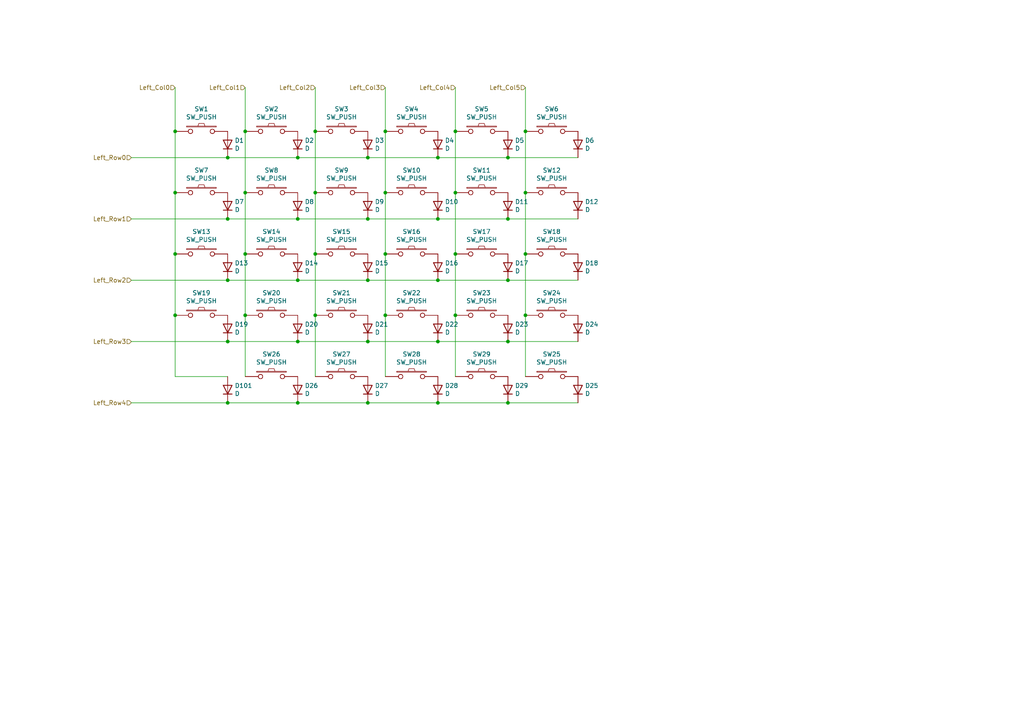
<source format=kicad_sch>
(kicad_sch (version 20230121) (generator eeschema)
  (paper "A4")
  (lib_symbols
    (symbol "Device:D" (pin_numbers hide) (pin_names (offset 1.016) hide)
      (property "Reference" "D" (at 0 2.54 0))
      (property "Value" "D" (at 0 -2.54 0))
      (symbol "D_0_1"
        (polyline (pts (xy -1.27 1.27) (xy -1.27 -1.27)) (stroke (width 0.254)))
        (polyline (pts (xy 1.27 0) (xy -1.27 0)))
        (polyline (pts (xy 1.27 1.27) (xy 1.27 -1.27) (xy -1.27 0) (xy 1.27 1.27)) (stroke (width 0.254)))
      )
      (symbol "D_1_1"
        (pin passive line (at -3.81 0 0) (length 2.54) (name "K") (number "1"))
        (pin passive line (at 3.81 0 180) (length 2.54) (name "A") (number "2"))
      )
    )
    (symbol "kbd:SW_PUSH" (pin_numbers hide) (pin_names (offset 1.016) hide)
      (property "Reference" "SW" (at 3.81 2.794 0))
      (property "Value" "SW_PUSH" (at 0 -2.032 0))
      (symbol "SW_PUSH_0_1"
        (rectangle (start -4.318 1.27) (end 4.318 1.524))
        (polyline (pts (xy -1.016 1.524) (xy -0.762 2.286) (xy 0.762 2.286) (xy 1.016 1.524)))
        (pin passive inverted (at -7.62 0 0) (length 5.08) (name "1") (number "1"))
        (pin passive inverted (at 7.62 0 180) (length 5.08) (name "2") (number "2"))
      )
    )
  )
  (junction (at 127 116.84))
  (junction (at 152.4 73.66))
  (junction (at 106.68 81.28))
  (junction (at 127 45.72))
  (junction (at 106.68 99.06))
  (junction (at 50.8 91.44))
  (junction (at 91.44 38.1))
  (junction (at 91.44 73.66))
  (junction (at 86.36 63.5))
  (junction (at 66.04 116.84))
  (junction (at 147.32 116.84))
  (junction (at 91.44 91.44))
  (junction (at 71.12 91.44))
  (junction (at 152.4 38.1))
  (junction (at 50.8 73.66))
  (junction (at 106.68 45.72))
  (junction (at 66.04 45.72))
  (junction (at 50.8 55.88))
  (junction (at 66.04 81.28))
  (junction (at 111.76 38.1))
  (junction (at 71.12 55.88))
  (junction (at 91.44 55.88))
  (junction (at 152.4 91.44))
  (junction (at 147.32 45.72))
  (junction (at 132.08 38.1))
  (junction (at 86.36 99.06))
  (junction (at 132.08 55.88))
  (junction (at 50.8 38.1))
  (junction (at 147.32 63.5))
  (junction (at 106.68 63.5))
  (junction (at 147.32 81.28))
  (junction (at 132.08 91.44))
  (junction (at 86.36 45.72))
  (junction (at 66.04 63.5))
  (junction (at 86.36 81.28))
  (junction (at 147.32 99.06))
  (junction (at 111.76 73.66))
  (junction (at 66.04 99.06))
  (junction (at 127 81.28))
  (junction (at 71.12 73.66))
  (junction (at 111.76 55.88))
  (junction (at 106.68 116.84))
  (junction (at 111.76 91.44))
  (junction (at 71.12 38.1))
  (junction (at 127 63.5))
  (junction (at 127 99.06))
  (junction (at 132.08 73.66))
  (junction (at 86.36 116.84))
  (junction (at 152.4 55.88))
  (wire (pts (xy 71.12 73.66) (xy 71.12 91.44)))
  (wire (pts (xy 91.44 55.88) (xy 91.44 73.66)))
  (wire (pts (xy 50.8 73.66) (xy 50.8 91.44)))
  (wire (pts (xy 50.8 55.88) (xy 50.8 73.66)))
  (wire (pts (xy 132.08 55.88) (xy 132.08 73.66)))
  (wire (pts (xy 50.8 38.1) (xy 50.8 55.88)))
  (wire (pts (xy 71.12 25.4) (xy 71.12 38.1)))
  (wire (pts (xy 91.44 38.1) (xy 91.44 25.4)))
  (wire (pts (xy 106.68 99.06) (xy 127 99.06)))
  (wire (pts (xy 86.36 45.72) (xy 66.04 45.72)))
  (wire (pts (xy 86.36 81.28) (xy 106.68 81.28)))
  (wire (pts (xy 152.4 38.1) (xy 152.4 55.88)))
  (wire (pts (xy 147.32 81.28) (xy 167.64 81.28)))
  (wire (pts (xy 66.04 63.5) (xy 86.36 63.5)))
  (wire (pts (xy 132.08 38.1) (xy 132.08 55.88)))
  (wire (pts (xy 66.04 81.28) (xy 86.36 81.28)))
  (wire (pts (xy 127 99.06) (xy 147.32 99.06)))
  (wire (pts (xy 147.32 45.72) (xy 127 45.72)))
  (wire (pts (xy 71.12 38.1) (xy 71.12 55.88)))
  (wire (pts (xy 38.1 63.5) (xy 66.04 63.5)))
  (wire (pts (xy 106.68 116.84) (xy 127 116.84)))
  (wire (pts (xy 91.44 73.66) (xy 91.44 91.44)))
  (wire (pts (xy 50.8 109.22) (xy 50.8 91.44)))
  (wire (pts (xy 71.12 91.44) (xy 71.12 109.22)))
  (wire (pts (xy 86.36 116.84) (xy 106.68 116.84)))
  (wire (pts (xy 152.4 73.66) (xy 152.4 91.44)))
  (wire (pts (xy 111.76 38.1) (xy 111.76 25.4)))
  (wire (pts (xy 66.04 99.06) (xy 86.36 99.06)))
  (wire (pts (xy 91.44 38.1) (xy 91.44 55.88)))
  (wire (pts (xy 50.8 25.4) (xy 50.8 38.1)))
  (wire (pts (xy 147.32 99.06) (xy 167.64 99.06)))
  (wire (pts (xy 91.44 91.44) (xy 91.44 109.22)))
  (wire (pts (xy 38.1 99.06) (xy 66.04 99.06)))
  (wire (pts (xy 111.76 91.44) (xy 111.76 109.22)))
  (wire (pts (xy 111.76 38.1) (xy 111.76 55.88)))
  (wire (pts (xy 106.68 63.5) (xy 127 63.5)))
  (wire (pts (xy 111.76 55.88) (xy 111.76 73.66)))
  (wire (pts (xy 38.1 116.84) (xy 66.04 116.84)))
  (wire (pts (xy 66.04 109.22) (xy 50.8 109.22)))
  (wire (pts (xy 86.36 99.06) (xy 106.68 99.06)))
  (wire (pts (xy 167.64 63.5) (xy 147.32 63.5)))
  (wire (pts (xy 111.76 73.66) (xy 111.76 91.44)))
  (wire (pts (xy 106.68 45.72) (xy 86.36 45.72)))
  (wire (pts (xy 127 116.84) (xy 147.32 116.84)))
  (wire (pts (xy 132.08 38.1) (xy 132.08 25.4)))
  (wire (pts (xy 66.04 45.72) (xy 38.1 45.72)))
  (wire (pts (xy 152.4 55.88) (xy 152.4 73.66)))
  (wire (pts (xy 66.04 116.84) (xy 86.36 116.84)))
  (wire (pts (xy 127 45.72) (xy 106.68 45.72)))
  (wire (pts (xy 127 63.5) (xy 147.32 63.5)))
  (wire (pts (xy 152.4 91.44) (xy 152.4 109.22)))
  (wire (pts (xy 86.36 63.5) (xy 106.68 63.5)))
  (wire (pts (xy 127 81.28) (xy 147.32 81.28)))
  (wire (pts (xy 71.12 55.88) (xy 71.12 73.66)))
  (wire (pts (xy 38.1 81.28) (xy 66.04 81.28)))
  (wire (pts (xy 106.68 81.28) (xy 127 81.28)))
  (wire (pts (xy 147.32 116.84) (xy 167.64 116.84)))
  (wire (pts (xy 132.08 73.66) (xy 132.08 91.44)))
  (wire (pts (xy 167.64 45.72) (xy 147.32 45.72)))
  (wire (pts (xy 132.08 91.44) (xy 132.08 109.22)))
  (wire (pts (xy 152.4 25.4) (xy 152.4 38.1)))
  (hierarchical_label "Left_Col4" (shape input) (at 132.08 25.4 180))
  (hierarchical_label "Left_Row2" (shape input) (at 38.1 81.28 180))
  (hierarchical_label "Left_Row4" (shape input) (at 38.1 116.84 180))
  (hierarchical_label "Left_Col0" (shape input) (at 50.8 25.4 180))
  (hierarchical_label "Left_Row3" (shape input) (at 38.1 99.06 180))
  (hierarchical_label "Left_Col2" (shape input) (at 91.44 25.4 180))
  (hierarchical_label "Left_Col5" (shape input) (at 152.4 25.4 180))
  (hierarchical_label "Left_Row0" (shape input) (at 38.1 45.72 180))
  (hierarchical_label "Left_Col1" (shape input) (at 71.12 25.4 180))
  (hierarchical_label "Left_Row1" (shape input) (at 38.1 63.5 180))
  (hierarchical_label "Left_Col3" (shape input) (at 111.76 25.4 180))
  (symbol (lib_id "kbd:SW_PUSH") (at 99.06 91.44 0) (unit 1)
    (property "Reference" "SW21" (at 99.06 84.963 0))
    (property "Value" "SW_PUSH" (at 99.06 87.2744 0))
    (property "Footprint" "Marby_kbd_footprint:CherryMXSwitch_hotswap_1_00u" (effects hide))
  )
  (symbol (lib_id "kbd:SW_PUSH") (at 119.38 91.44 0) (unit 1)
    (property "Reference" "SW22" (at 119.38 84.963 0))
    (property "Value" "SW_PUSH" (at 119.38 87.2744 0))
    (property "Footprint" "Marby_kbd_footprint:CherryMXSwitch_hotswap_1_00u" (effects hide))
  )
  (symbol (lib_id "kbd:SW_PUSH") (at 139.7 91.44 0) (unit 1)
    (property "Reference" "SW23" (at 139.7 84.963 0))
    (property "Value" "SW_PUSH" (at 139.7 87.2744 0))
    (property "Footprint" "Marby_kbd_footprint:CherryMXSwitch_hotswap_1_00u" (effects hide))
  )
  (symbol (lib_id "kbd:SW_PUSH") (at 160.02 91.44 0) (unit 1)
    (property "Reference" "SW24" (at 160.02 84.963 0))
    (property "Value" "SW_PUSH" (at 160.02 87.2744 0))
    (property "Footprint" "Marby_kbd_footprint:CherryMXSwitch_hotswap_1_00u" (effects hide))
  )
  (symbol (lib_id "kbd:SW_PUSH") (at 78.74 91.44 0) (unit 1)
    (property "Reference" "SW20" (at 78.74 84.963 0))
    (property "Value" "SW_PUSH" (at 78.74 87.2744 0))
    (property "Footprint" "Marby_kbd_footprint:CherryMXSwitch_hotswap_1_00u" (effects hide))
    (property "LCSC" "aaa" (effects hide))
  )
  (symbol (lib_id "Device:D") (at 167.64 41.91 90) (unit 1)
    (property "Reference" "D6" (at 169.672 40.7416 90) (effects (justify right)))
    (property "Value" "D" (at 169.672 43.053 90) (effects (justify right)))
    (property "Footprint" "Marby_kbd_footprint:Diode_SMD" (effects hide))
    (property "Datasheet" "SOD-123 Switching Diode ROHS" (effects hide))
    (property "LCSC" "C81598" (effects hide))
  )
  (symbol (lib_id "kbd:SW_PUSH") (at 160.02 38.1 0) (unit 1)
    (property "Reference" "SW6" (at 160.02 31.623 0))
    (property "Value" "SW_PUSH" (at 160.02 33.9344 0))
    (property "Footprint" "Marby_kbd_footprint:CherryMXSwitch_hotswap_1_00u" (effects hide))
    (property "LCSC" "aaa" (effects hide))
  )
  (symbol (lib_id "kbd:SW_PUSH") (at 78.74 38.1 0) (unit 1)
    (property "Reference" "SW2" (at 78.74 31.623 0))
    (property "Value" "SW_PUSH" (at 78.74 33.9344 0))
    (property "Footprint" "Marby_kbd_footprint:CherryMXSwitch_hotswap_1_00u" (effects hide))
    (property "LCSC" "aaa" (effects hide))
  )
  (symbol (lib_id "Device:D") (at 86.36 41.91 90) (unit 1)
    (property "Reference" "D2" (at 88.392 40.7416 90) (effects (justify right)))
    (property "Value" "D" (at 88.392 43.053 90) (effects (justify right)))
    (property "Footprint" "Marby_kbd_footprint:Diode_SMD" (effects hide))
    (property "Datasheet" "SOD-123 Switching Diode ROHS" (effects hide))
    (property "LCSC" "C81598" (effects hide))
  )
  (symbol (lib_id "kbd:SW_PUSH") (at 99.06 38.1 0) (unit 1)
    (property "Reference" "SW3" (at 99.06 31.623 0))
    (property "Value" "SW_PUSH" (at 99.06 33.9344 0))
    (property "Footprint" "Marby_kbd_footprint:CherryMXSwitch_hotswap_1_00u" (effects hide))
    (property "LCSC" "aaa" (effects hide))
  )
  (symbol (lib_id "Device:D") (at 106.68 41.91 90) (unit 1)
    (property "Reference" "D3" (at 108.712 40.7416 90) (effects (justify right)))
    (property "Value" "D" (at 108.712 43.053 90) (effects (justify right)))
    (property "Footprint" "Marby_kbd_footprint:Diode_SMD" (effects hide))
    (property "Datasheet" "SOD-123 Switching Diode ROHS" (effects hide))
    (property "LCSC" "C81598" (effects hide))
  )
  (symbol (lib_id "kbd:SW_PUSH") (at 119.38 38.1 0) (unit 1)
    (property "Reference" "SW4" (at 119.38 31.623 0))
    (property "Value" "SW_PUSH" (at 119.38 33.9344 0))
    (property "Footprint" "Marby_kbd_footprint:CherryMXSwitch_hotswap_1_00u" (effects hide))
    (property "LCSC" "aaa" (effects hide))
  )
  (symbol (lib_id "Device:D") (at 127 41.91 90) (unit 1)
    (property "Reference" "D4" (at 129.032 40.7416 90) (effects (justify right)))
    (property "Value" "D" (at 129.032 43.053 90) (effects (justify right)))
    (property "Footprint" "Marby_kbd_footprint:Diode_SMD" (effects hide))
    (property "Datasheet" "SOD-123 Switching Diode ROHS" (effects hide))
    (property "LCSC" "C81598" (effects hide))
  )
  (symbol (lib_id "kbd:SW_PUSH") (at 139.7 38.1 0) (unit 1)
    (property "Reference" "SW5" (at 139.7 31.623 0))
    (property "Value" "SW_PUSH" (at 139.7 33.9344 0))
    (property "Footprint" "Marby_kbd_footprint:CherryMXSwitch_hotswap_1_00u" (effects hide))
    (property "LCSC" "aaa" (effects hide))
  )
  (symbol (lib_id "Device:D") (at 147.32 41.91 90) (unit 1)
    (property "Reference" "D5" (at 149.352 40.7416 90) (effects (justify right)))
    (property "Value" "D" (at 149.352 43.053 90) (effects (justify right)))
    (property "Footprint" "Marby_kbd_footprint:Diode_SMD" (effects hide))
    (property "Datasheet" "SOD-123 Switching Diode ROHS" (effects hide))
    (property "LCSC" "C81598" (effects hide))
  )
  (symbol (lib_id "kbd:SW_PUSH") (at 58.42 38.1 0) (unit 1)
    (property "Reference" "SW1" (at 58.42 31.623 0))
    (property "Value" "SW_PUSH" (at 58.42 33.9344 0))
    (property "Footprint" "Marby_kbd_footprint:CherryMXSwitch_hotswap_1_00u" (effects hide))
    (property "LCSC" "aaa" (effects hide))
  )
  (symbol (lib_id "Device:D") (at 66.04 41.91 90) (unit 1)
    (property "Reference" "D1" (at 68.072 40.7416 90) (effects (justify right)))
    (property "Value" "D" (at 68.072 43.053 90) (effects (justify right)))
    (property "Footprint" "Marby_kbd_footprint:Diode_SMD" (effects hide))
    (property "Datasheet" "SOD-123 Switching Diode ROHS" (effects hide))
    (property "LCSC" "C81598" (effects hide))
  )
  (symbol (lib_id "kbd:SW_PUSH") (at 78.74 55.88 0) (unit 1)
    (property "Reference" "SW8" (at 78.74 49.403 0))
    (property "Value" "SW_PUSH" (at 78.74 51.7144 0))
    (property "Footprint" "Marby_kbd_footprint:CherryMXSwitch_hotswap_1_00u" (effects hide))
    (property "LCSC" "aaa" (effects hide))
  )
  (symbol (lib_id "Device:D") (at 86.36 59.69 90) (unit 1)
    (property "Reference" "D8" (at 88.392 58.5216 90) (effects (justify right)))
    (property "Value" "D" (at 88.392 60.833 90) (effects (justify right)))
    (property "Footprint" "Marby_kbd_footprint:Diode_SMD" (effects hide))
    (property "Datasheet" "SOD-123 Switching Diode ROHS" (effects hide))
    (property "LCSC" "C81598" (effects hide))
  )
  (symbol (lib_id "kbd:SW_PUSH") (at 99.06 55.88 0) (unit 1)
    (property "Reference" "SW9" (at 99.06 49.403 0))
    (property "Value" "SW_PUSH" (at 99.06 51.7144 0))
    (property "Footprint" "Marby_kbd_footprint:CherryMXSwitch_hotswap_1_00u" (effects hide))
    (property "LCSC" "aaa" (effects hide))
  )
  (symbol (lib_id "Device:D") (at 106.68 59.69 90) (unit 1)
    (property "Reference" "D9" (at 108.712 58.5216 90) (effects (justify right)))
    (property "Value" "D" (at 108.712 60.833 90) (effects (justify right)))
    (property "Footprint" "Marby_kbd_footprint:Diode_SMD" (effects hide))
    (property "Datasheet" "SOD-123 Switching Diode ROHS" (effects hide))
    (property "LCSC" "C81598" (effects hide))
  )
  (symbol (lib_id "kbd:SW_PUSH") (at 119.38 55.88 0) (unit 1)
    (property "Reference" "SW10" (at 119.38 49.403 0))
    (property "Value" "SW_PUSH" (at 119.38 51.7144 0))
    (property "Footprint" "Marby_kbd_footprint:CherryMXSwitch_hotswap_1_00u" (effects hide))
    (property "LCSC" "aaa" (effects hide))
  )
  (symbol (lib_id "Device:D") (at 127 59.69 90) (unit 1)
    (property "Reference" "D10" (at 129.032 58.5216 90) (effects (justify right)))
    (property "Value" "D" (at 129.032 60.833 90) (effects (justify right)))
    (property "Footprint" "Marby_kbd_footprint:Diode_SMD" (effects hide))
    (property "Datasheet" "SOD-123 Switching Diode ROHS" (effects hide))
    (property "LCSC" "C81598" (effects hide))
  )
  (symbol (lib_id "kbd:SW_PUSH") (at 139.7 55.88 0) (unit 1)
    (property "Reference" "SW11" (at 139.7 49.403 0))
    (property "Value" "SW_PUSH" (at 139.7 51.7144 0))
    (property "Footprint" "Marby_kbd_footprint:CherryMXSwitch_hotswap_1_00u" (effects hide))
    (property "LCSC" "aaa" (effects hide))
  )
  (symbol (lib_id "Device:D") (at 147.32 59.69 90) (unit 1)
    (property "Reference" "D11" (at 149.352 58.5216 90) (effects (justify right)))
    (property "Value" "D" (at 149.352 60.833 90) (effects (justify right)))
    (property "Footprint" "Marby_kbd_footprint:Diode_SMD" (effects hide))
    (property "Datasheet" "SOD-123 Switching Diode ROHS" (effects hide))
    (property "LCSC" "C81598" (effects hide))
  )
  (symbol (lib_id "kbd:SW_PUSH") (at 160.02 55.88 0) (unit 1)
    (property "Reference" "SW12" (at 160.02 49.403 0))
    (property "Value" "SW_PUSH" (at 160.02 51.7144 0))
    (property "Footprint" "Marby_kbd_footprint:CherryMXSwitch_hotswap_1_00u" (effects hide))
    (property "LCSC" "aaa" (effects hide))
  )
  (symbol (lib_id "Device:D") (at 167.64 59.69 90) (unit 1)
    (property "Reference" "D12" (at 169.672 58.5216 90) (effects (justify right)))
    (property "Value" "D" (at 169.672 60.833 90) (effects (justify right)))
    (property "Footprint" "Marby_kbd_footprint:Diode_SMD" (effects hide))
    (property "Datasheet" "SOD-123 Switching Diode ROHS" (effects hide))
    (property "LCSC" "C81598" (effects hide))
  )
  (symbol (lib_id "kbd:SW_PUSH") (at 58.42 55.88 0) (unit 1)
    (property "Reference" "SW7" (at 58.42 49.403 0))
    (property "Value" "SW_PUSH" (at 58.42 51.7144 0))
    (property "Footprint" "Marby_kbd_footprint:CherryMXSwitch_hotswap_1_00u" (effects hide))
    (property "LCSC" "aaa" (effects hide))
  )
  (symbol (lib_id "Device:D") (at 66.04 59.69 90) (unit 1)
    (property "Reference" "D7" (at 68.072 58.5216 90) (effects (justify right)))
    (property "Value" "D" (at 68.072 60.833 90) (effects (justify right)))
    (property "Footprint" "Marby_kbd_footprint:Diode_SMD" (effects hide))
    (property "Datasheet" "SOD-123 Switching Diode ROHS" (effects hide))
    (property "LCSC" "C81598" (effects hide))
  )
  (symbol (lib_id "kbd:SW_PUSH") (at 78.74 73.66 0) (unit 1)
    (property "Reference" "SW14" (at 78.74 67.183 0))
    (property "Value" "SW_PUSH" (at 78.74 69.4944 0))
    (property "Footprint" "Marby_kbd_footprint:CherryMXSwitch_hotswap_1_00u" (effects hide))
    (property "LCSC" "aaa" (effects hide))
  )
  (symbol (lib_id "Device:D") (at 86.36 77.47 90) (unit 1)
    (property "Reference" "D14" (at 88.392 76.3016 90) (effects (justify right)))
    (property "Value" "D" (at 88.392 78.613 90) (effects (justify right)))
    (property "Footprint" "Marby_kbd_footprint:Diode_SMD" (effects hide))
    (property "Datasheet" "SOD-123 Switching Diode ROHS" (effects hide))
    (property "LCSC" "C81598" (effects hide))
  )
  (symbol (lib_id "kbd:SW_PUSH") (at 99.06 73.66 0) (unit 1)
    (property "Reference" "SW15" (at 99.06 67.183 0))
    (property "Value" "SW_PUSH" (at 99.06 69.4944 0))
    (property "Footprint" "Marby_kbd_footprint:CherryMXSwitch_hotswap_1_00u" (effects hide))
    (property "LCSC" "aaa" (effects hide))
  )
  (symbol (lib_id "Device:D") (at 106.68 77.47 90) (unit 1)
    (property "Reference" "D15" (at 108.712 76.3016 90) (effects (justify right)))
    (property "Value" "D" (at 108.712 78.613 90) (effects (justify right)))
    (property "Footprint" "Marby_kbd_footprint:Diode_SMD" (effects hide))
    (property "Datasheet" "SOD-123 Switching Diode ROHS" (effects hide))
    (property "LCSC" "C81598" (effects hide))
  )
  (symbol (lib_id "kbd:SW_PUSH") (at 119.38 73.66 0) (unit 1)
    (property "Reference" "SW16" (at 119.38 67.183 0))
    (property "Value" "SW_PUSH" (at 119.38 69.4944 0))
    (property "Footprint" "Marby_kbd_footprint:CherryMXSwitch_hotswap_1_00u" (effects hide))
    (property "LCSC" "aaa" (effects hide))
  )
  (symbol (lib_id "Device:D") (at 127 77.47 90) (unit 1)
    (property "Reference" "D16" (at 129.032 76.3016 90) (effects (justify right)))
    (property "Value" "D" (at 129.032 78.613 90) (effects (justify right)))
    (property "Footprint" "Marby_kbd_footprint:Diode_SMD" (effects hide))
    (property "Datasheet" "SOD-123 Switching Diode ROHS" (effects hide))
    (property "LCSC" "C81598" (effects hide))
  )
  (symbol (lib_id "kbd:SW_PUSH") (at 139.7 73.66 0) (unit 1)
    (property "Reference" "SW17" (at 139.7 67.183 0))
    (property "Value" "SW_PUSH" (at 139.7 69.4944 0))
    (property "Footprint" "Marby_kbd_footprint:CherryMXSwitch_hotswap_1_00u" (effects hide))
    (property "LCSC" "aaa" (effects hide))
  )
  (symbol (lib_id "Device:D") (at 147.32 77.47 90) (unit 1)
    (property "Reference" "D17" (at 149.352 76.3016 90) (effects (justify right)))
    (property "Value" "D" (at 149.352 78.613 90) (effects (justify right)))
    (property "Footprint" "Marby_kbd_footprint:Diode_SMD" (effects hide))
    (property "Datasheet" "SOD-123 Switching Diode ROHS" (effects hide))
    (property "LCSC" "C81598" (effects hide))
  )
  (symbol (lib_id "kbd:SW_PUSH") (at 160.02 73.66 0) (unit 1)
    (property "Reference" "SW18" (at 160.02 67.183 0))
    (property "Value" "SW_PUSH" (at 160.02 69.4944 0))
    (property "Footprint" "Marby_kbd_footprint:CherryMXSwitch_hotswap_1_00u" (effects hide))
    (property "LCSC" "aaa" (effects hide))
  )
  (symbol (lib_id "Device:D") (at 167.64 77.47 90) (unit 1)
    (property "Reference" "D18" (at 169.672 76.3016 90) (effects (justify right)))
    (property "Value" "D" (at 169.672 78.613 90) (effects (justify right)))
    (property "Footprint" "Marby_kbd_footprint:Diode_SMD" (effects hide))
    (property "Datasheet" "SOD-123 Switching Diode ROHS" (effects hide))
    (property "LCSC" "C81598" (effects hide))
  )
  (symbol (lib_id "kbd:SW_PUSH") (at 58.42 73.66 0) (unit 1)
    (property "Reference" "SW13" (at 58.42 67.183 0))
    (property "Value" "SW_PUSH" (at 58.42 69.4944 0))
    (property "Footprint" "Marby_kbd_footprint:CherryMXSwitch_hotswap_1_00u" (effects hide))
    (property "LCSC" "aaa" (effects hide))
  )
  (symbol (lib_id "Device:D") (at 66.04 77.47 90) (unit 1)
    (property "Reference" "D13" (at 68.072 76.3016 90) (effects (justify right)))
    (property "Value" "D" (at 68.072 78.613 90) (effects (justify right)))
    (property "Footprint" "Marby_kbd_footprint:Diode_SMD" (effects hide))
    (property "Datasheet" "SOD-123 Switching Diode ROHS" (effects hide))
    (property "LCSC" "C81598" (effects hide))
  )
  (symbol (lib_id "kbd:SW_PUSH") (at 78.74 109.22 0) (unit 1)
    (property "Reference" "SW26" (at 78.74 102.743 0))
    (property "Value" "SW_PUSH" (at 78.74 105.0544 0))
    (property "Footprint" "Marby_kbd_footprint:CherryMXSwitch_hotswap_1_25u" (effects hide))
    (property "LCSC" "aaa" (effects hide))
  )
  (symbol (lib_id "Device:D") (at 66.04 95.25 90) (unit 1)
    (property "Reference" "D19" (at 68.072 94.0816 90) (effects (justify right)))
    (property "Value" "D" (at 68.072 96.393 90) (effects (justify right)))
    (property "Footprint" "Marby_kbd_footprint:Diode_SMD" (effects hide))
    (property "Datasheet" "SOD-123 Switching Diode ROHS" (effects hide))
    (property "LCSC" "C81598" (effects hide))
  )
  (symbol (lib_id "kbd:SW_PUSH") (at 99.06 109.22 0) (unit 1)
    (property "Reference" "SW27" (at 99.06 102.743 0))
    (property "Value" "SW_PUSH" (at 99.06 105.0544 0))
    (property "Footprint" "Marby_kbd_footprint:CherryMXSwitch_hotswap_1_00u" (effects hide))
    (property "LCSC" "aaa" (effects hide))
  )
  (symbol (lib_id "Device:D") (at 106.68 95.25 90) (unit 1)
    (property "Reference" "D21" (at 108.712 94.0816 90) (effects (justify right)))
    (property "Value" "D" (at 108.712 96.393 90) (effects (justify right)))
    (property "Footprint" "Marby_kbd_footprint:Diode_SMD" (effects hide))
    (property "Datasheet" "SOD-123 Switching Diode ROHS" (effects hide))
    (property "LCSC" "C81598" (effects hide))
  )
  (symbol (lib_id "Device:D") (at 147.32 113.03 90) (unit 1)
    (property "Reference" "D29" (at 149.352 111.8616 90) (effects (justify right)))
    (property "Value" "D" (at 149.352 114.173 90) (effects (justify right)))
    (property "Footprint" "Marby_kbd_footprint:Diode_SMD" (effects hide))
    (property "Datasheet" "SOD-123 Switching Diode ROHS" (effects hide))
    (property "LCSC" "C81598" (effects hide))
  )
  (symbol (lib_id "kbd:SW_PUSH") (at 119.38 109.22 0) (unit 1)
    (property "Reference" "SW28" (at 119.38 102.743 0))
    (property "Value" "SW_PUSH" (at 119.38 105.0544 0))
    (property "Footprint" "Marby_kbd_footprint:CherryMXSwitch_hotswap_1_00u" (effects hide))
  )
  (symbol (lib_id "kbd:SW_PUSH") (at 139.7 109.22 0) (unit 1)
    (property "Reference" "SW29" (at 139.7 102.743 0))
    (property "Value" "SW_PUSH" (at 139.7 105.0544 0))
    (property "Footprint" "Marby_kbd_footprint:CherryMXSwitch_hotswap_1_00u" (effects hide))
  )
  (symbol (lib_id "Device:D") (at 167.64 95.25 90) (unit 1)
    (property "Reference" "D24" (at 169.672 94.0816 90) (effects (justify right)))
    (property "Value" "D" (at 169.672 96.393 90) (effects (justify right)))
    (property "Footprint" "Marby_kbd_footprint:Diode_SMD" (effects hide))
    (property "Datasheet" "SOD-123 Switching Diode ROHS" (effects hide))
    (property "LCSC" "C81598" (effects hide))
  )
  (symbol (lib_id "Device:D") (at 167.64 113.03 90) (unit 1)
    (property "Reference" "D25" (at 169.672 111.8616 90) (effects (justify right)))
    (property "Value" "D" (at 169.672 114.173 90) (effects (justify right)))
    (property "Footprint" "Marby_kbd_footprint:Diode_SMD" (effects hide))
    (property "Datasheet" "SOD-123 Switching Diode ROHS" (effects hide))
    (property "LCSC" "C81598" (effects hide))
  )
  (symbol (lib_id "Device:D") (at 127 95.25 90) (unit 1)
    (property "Reference" "D22" (at 129.032 94.0816 90) (effects (justify right)))
    (property "Value" "D" (at 129.032 96.393 90) (effects (justify right)))
    (property "Footprint" "Marby_kbd_footprint:Diode_SMD" (effects hide))
    (property "Datasheet" "SOD-123 Switching Diode ROHS" (effects hide))
    (property "LCSC" "C81598" (effects hide))
  )
  (symbol (lib_id "Device:D") (at 66.04 113.03 90) (unit 1)
    (property "Reference" "D101" (at 68.072 111.8616 90) (effects (justify right)))
    (property "Value" "D" (at 68.072 114.173 90) (effects (justify right)))
    (property "Footprint" "Marby_kbd_footprint:Diode_SMD" (effects hide))
    (property "Datasheet" "SOD-123 Switching Diode ROHS" (effects hide))
    (property "LCSC" "C81598" (effects hide))
  )
  (symbol (lib_id "Device:D") (at 127 113.03 90) (unit 1)
    (property "Reference" "D28" (at 129.032 111.8616 90) (effects (justify right)))
    (property "Value" "D" (at 129.032 114.173 90) (effects (justify right)))
    (property "Footprint" "Marby_kbd_footprint:Diode_SMD" (effects hide))
    (property "Datasheet" "SOD-123 Switching Diode ROHS" (effects hide))
    (property "LCSC" "C81598" (effects hide))
  )
  (symbol (lib_id "Device:D") (at 147.32 95.25 90) (unit 1)
    (property "Reference" "D23" (at 149.352 94.0816 90) (effects (justify right)))
    (property "Value" "D" (at 149.352 96.393 90) (effects (justify right)))
    (property "Footprint" "Marby_kbd_footprint:Diode_SMD" (effects hide))
    (property "Datasheet" "SOD-123 Switching Diode ROHS" (effects hide))
    (property "LCSC" "C81598" (effects hide))
  )
  (symbol (lib_id "Device:D") (at 86.36 113.03 90) (unit 1)
    (property "Reference" "D26" (at 88.392 111.8616 90) (effects (justify right)))
    (property "Value" "D" (at 88.392 114.173 90) (effects (justify right)))
    (property "Footprint" "Marby_kbd_footprint:Diode_SMD" (effects hide))
    (property "Datasheet" "SOD-123 Switching Diode ROHS" (effects hide))
    (property "LCSC" "C81598" (effects hide))
  )
  (symbol (lib_id "kbd:SW_PUSH") (at 160.02 109.22 0) (unit 1)
    (property "Reference" "SW25" (at 160.02 102.743 0))
    (property "Value" "SW_PUSH" (at 160.02 105.0544 0))
    (property "Footprint" "Marby_kbd_footprint:CherryMXSwitch_hotswap_1_00u" (effects hide))
  )
  (symbol (lib_id "Device:D") (at 106.68 113.03 90) (unit 1)
    (property "Reference" "D27" (at 108.712 111.8616 90) (effects (justify right)))
    (property "Value" "D" (at 108.712 114.173 90) (effects (justify right)))
    (property "Footprint" "Marby_kbd_footprint:Diode_SMD" (effects hide))
    (property "Datasheet" "SOD-123 Switching Diode ROHS" (effects hide))
    (property "LCSC" "C81598" (effects hide))
  )
  (symbol (lib_id "Device:D") (at 86.36 95.25 90) (unit 1)
    (property "Reference" "D20" (at 88.392 94.0816 90) (effects (justify right)))
    (property "Value" "D" (at 88.392 96.393 90) (effects (justify right)))
    (property "Footprint" "Marby_kbd_footprint:Diode_SMD" (effects hide))
    (property "Datasheet" "SOD-123 Switching Diode ROHS" (effects hide))
    (property "LCSC" "C81598" (effects hide))
  )
  (symbol (lib_id "kbd:SW_PUSH") (at 58.42 91.44 0) (unit 1)
    (property "Reference" "SW19" (at 58.42 84.963 0))
    (property "Value" "SW_PUSH" (at 58.42 87.2744 0))
    (property "Footprint" "Marby_kbd_footprint:CherryMXSwitch_hotswap_1_00u" (effects hide))
    (property "LCSC" "aaa" (effects hide))
  )
)
</source>
